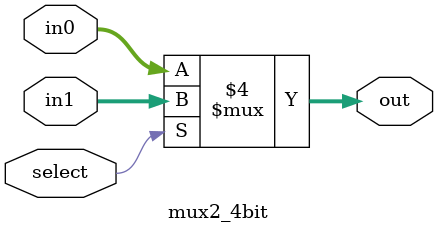
<source format=sv>
`timescale 1ns / 1ps


module mux2_4bit(input logic[3:0] in0, in1, 
                 input logic select, 
                 output logic[3:0] out);

always_comb begin


if(~select)
    out = in0;

else
    out = in1;

end

endmodule

</source>
